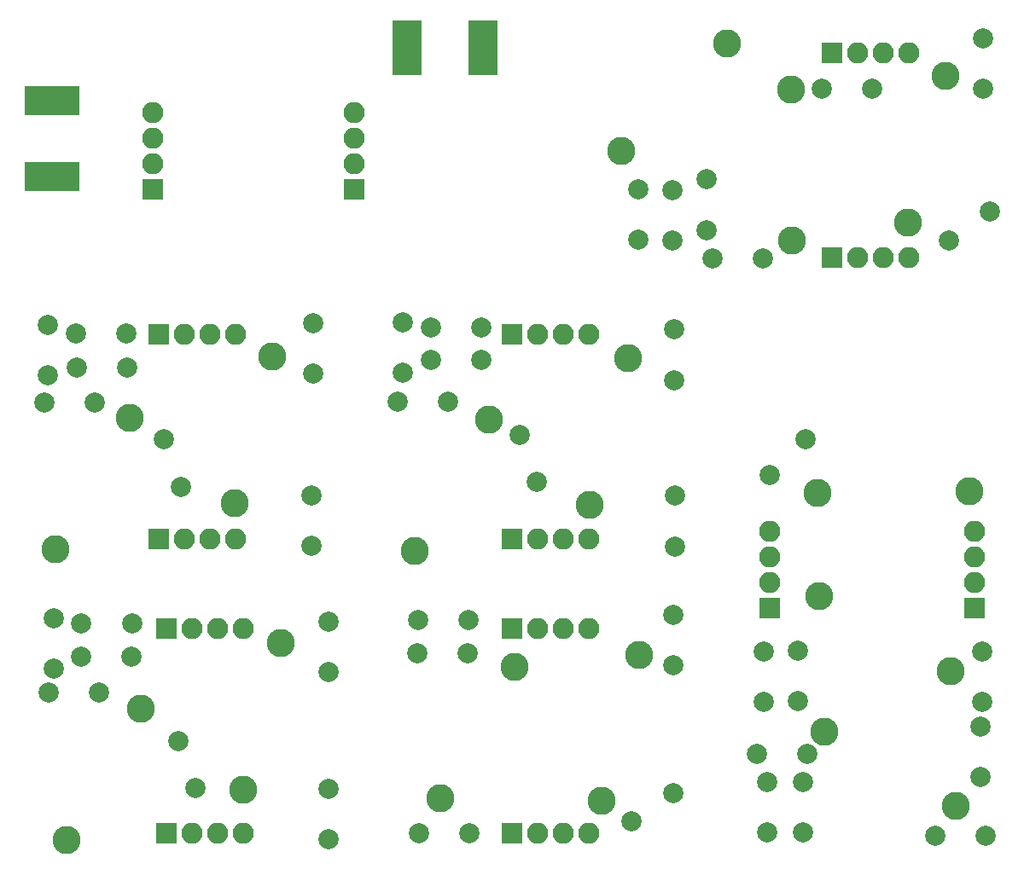
<source format=gbr>
G04 #@! TF.FileFunction,Soldermask,Bot*
%FSLAX46Y46*%
G04 Gerber Fmt 4.6, Leading zero omitted, Abs format (unit mm)*
G04 Created by KiCad (PCBNEW 4.0.7) date 12/29/22 21:00:47*
%MOMM*%
%LPD*%
G01*
G04 APERTURE LIST*
%ADD10C,0.100000*%
%ADD11C,2.800000*%
%ADD12C,2.000000*%
%ADD13R,2.100000X2.100000*%
%ADD14O,2.100000X2.100000*%
%ADD15R,5.480000X2.900000*%
%ADD16R,2.900000X5.480000*%
G04 APERTURE END LIST*
D10*
D11*
X165360000Y-99849705D03*
X157977583Y-112896425D03*
X129720000Y-99739705D03*
X122337583Y-112786425D03*
D12*
X147940000Y-90330000D03*
X147940000Y-95330000D03*
X129400000Y-91360000D03*
X124400000Y-91360000D03*
X129420000Y-94720000D03*
X124420000Y-94720000D03*
X121580000Y-90450000D03*
X121580000Y-95450000D03*
X126200000Y-98180000D03*
X121200000Y-98180000D03*
X147701000Y-107442000D03*
X147701000Y-112442000D03*
D11*
X143868600Y-93639452D03*
X140114472Y-108152326D03*
D13*
X132588000Y-111760000D03*
D14*
X135128000Y-111760000D03*
X137668000Y-111760000D03*
X140208000Y-111760000D03*
D13*
X132588000Y-91440000D03*
D14*
X135128000Y-91440000D03*
X137668000Y-91440000D03*
X140208000Y-91440000D03*
D12*
X133096000Y-101854000D03*
X134806101Y-106552463D03*
X183760000Y-95950000D03*
X183760000Y-90950000D03*
X164610000Y-90730000D03*
X159610000Y-90730000D03*
X164630000Y-93950000D03*
X159630000Y-93950000D03*
X156770000Y-90250000D03*
X156770000Y-95250000D03*
X168370000Y-101390000D03*
X170080101Y-106088463D03*
X161300000Y-98100000D03*
X156300000Y-98100000D03*
X183850000Y-107460000D03*
X183850000Y-112460000D03*
D13*
X167640000Y-91440000D03*
D14*
X170180000Y-91440000D03*
X172720000Y-91440000D03*
X175260000Y-91440000D03*
D13*
X167640000Y-111760000D03*
D14*
X170180000Y-111760000D03*
X172720000Y-111760000D03*
X175260000Y-111760000D03*
D11*
X179132600Y-93813452D03*
X175378472Y-108326326D03*
D12*
X149420000Y-119970000D03*
X149420000Y-124970000D03*
X129920000Y-120090000D03*
X124920000Y-120090000D03*
X129890000Y-123440000D03*
X124890000Y-123440000D03*
X122150000Y-119580000D03*
X122150000Y-124580000D03*
X134530000Y-131790000D03*
X136240101Y-136488463D03*
X126650000Y-126960000D03*
X121650000Y-126960000D03*
X149420000Y-136510000D03*
X149420000Y-141510000D03*
D13*
X133350000Y-120650000D03*
D14*
X135890000Y-120650000D03*
X138430000Y-120650000D03*
X140970000Y-120650000D03*
D13*
X133350000Y-140970000D03*
D14*
X135890000Y-140970000D03*
X138430000Y-140970000D03*
X140970000Y-140970000D03*
D11*
X144692600Y-122083452D03*
X140938472Y-136596326D03*
X130820000Y-128579705D03*
X123437583Y-141626425D03*
D12*
X183680000Y-119300000D03*
X183680000Y-124300000D03*
X183620000Y-136930000D03*
X179524240Y-139797882D03*
X158310000Y-119750000D03*
X163310000Y-119750000D03*
X163230000Y-123100000D03*
X158230000Y-123100000D03*
X158380000Y-140930000D03*
X163380000Y-140930000D03*
D13*
X167640000Y-120650000D03*
D14*
X170180000Y-120650000D03*
X172720000Y-120650000D03*
X175260000Y-120650000D03*
D13*
X167640000Y-140970000D03*
D14*
X170180000Y-140970000D03*
X172720000Y-140970000D03*
X175260000Y-140970000D03*
D11*
X180282600Y-123213452D03*
X176528472Y-137726326D03*
X167880000Y-124409705D03*
X160497583Y-137456425D03*
D12*
X214375000Y-62050000D03*
X214375000Y-67050000D03*
X215075000Y-79200000D03*
X210979240Y-82067882D03*
X203360000Y-67000000D03*
X198360000Y-67000000D03*
X186930000Y-76050000D03*
X186930000Y-81050000D03*
X192520000Y-83880000D03*
X187520000Y-83880000D03*
X183580000Y-82140000D03*
X183580000Y-77140000D03*
X180170000Y-77060000D03*
X180170000Y-82060000D03*
D13*
X199390000Y-63500000D03*
D14*
X201930000Y-63500000D03*
X204470000Y-63500000D03*
X207010000Y-63500000D03*
D13*
X199390000Y-83820000D03*
D14*
X201930000Y-83820000D03*
X204470000Y-83820000D03*
X207010000Y-83820000D03*
D11*
X210642600Y-65803452D03*
X206888472Y-80316326D03*
X195310000Y-67140000D03*
X195440000Y-82130000D03*
X178496051Y-73253949D03*
X189003658Y-62562494D03*
D12*
X196726000Y-101856000D03*
X193190466Y-105391534D03*
X192610000Y-122890000D03*
X192610000Y-127890000D03*
X196000000Y-122810000D03*
X196000000Y-127810000D03*
X191900000Y-133098000D03*
X196900000Y-133098000D03*
X196472000Y-135892000D03*
X196472000Y-140892000D03*
X192916000Y-135892000D03*
X192916000Y-140892000D03*
X214610000Y-141220000D03*
X209610000Y-141220000D03*
X214160000Y-135380000D03*
X214160000Y-130380000D03*
D13*
X193170000Y-118620000D03*
D14*
X193170000Y-116080000D03*
X193170000Y-113540000D03*
X193170000Y-111000000D03*
D13*
X213490000Y-118620000D03*
D14*
X213490000Y-116080000D03*
X213490000Y-113540000D03*
X213490000Y-111000000D03*
D11*
X197990000Y-107125000D03*
X212980000Y-106995000D03*
X198649705Y-130845000D03*
X211696425Y-138227417D03*
X211125295Y-124830000D03*
X198078575Y-117447583D03*
D12*
X214270000Y-127910000D03*
X214270000Y-122910000D03*
D15*
X122000000Y-68250000D03*
X122000000Y-75750000D03*
D13*
X132000000Y-77000000D03*
D14*
X132000000Y-74460000D03*
X132000000Y-71920000D03*
X132000000Y-69380000D03*
D13*
X152000000Y-77000000D03*
D14*
X152000000Y-74460000D03*
X152000000Y-71920000D03*
X152000000Y-69380000D03*
D16*
X164750000Y-63000000D03*
X157250000Y-63000000D03*
M02*

</source>
